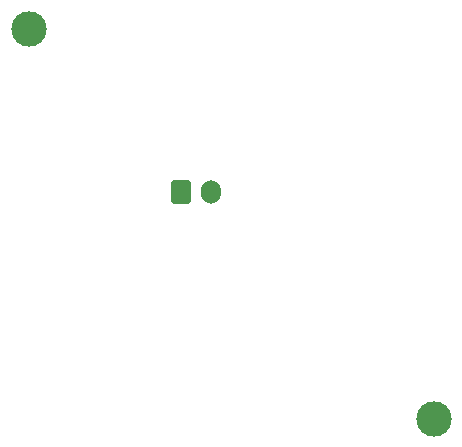
<source format=gbr>
%TF.GenerationSoftware,KiCad,Pcbnew,7.0.8*%
%TF.CreationDate,2023-10-16T22:27:31-07:00*%
%TF.ProjectId,Lab2,4c616232-2e6b-4696-9361-645f70636258,rev?*%
%TF.SameCoordinates,Original*%
%TF.FileFunction,Soldermask,Bot*%
%TF.FilePolarity,Negative*%
%FSLAX46Y46*%
G04 Gerber Fmt 4.6, Leading zero omitted, Abs format (unit mm)*
G04 Created by KiCad (PCBNEW 7.0.8) date 2023-10-16 22:27:31*
%MOMM*%
%LPD*%
G01*
G04 APERTURE LIST*
G04 Aperture macros list*
%AMRoundRect*
0 Rectangle with rounded corners*
0 $1 Rounding radius*
0 $2 $3 $4 $5 $6 $7 $8 $9 X,Y pos of 4 corners*
0 Add a 4 corners polygon primitive as box body*
4,1,4,$2,$3,$4,$5,$6,$7,$8,$9,$2,$3,0*
0 Add four circle primitives for the rounded corners*
1,1,$1+$1,$2,$3*
1,1,$1+$1,$4,$5*
1,1,$1+$1,$6,$7*
1,1,$1+$1,$8,$9*
0 Add four rect primitives between the rounded corners*
20,1,$1+$1,$2,$3,$4,$5,0*
20,1,$1+$1,$4,$5,$6,$7,0*
20,1,$1+$1,$6,$7,$8,$9,0*
20,1,$1+$1,$8,$9,$2,$3,0*%
G04 Aperture macros list end*
%ADD10C,3.000000*%
%ADD11O,1.700000X2.000000*%
%ADD12RoundRect,0.250000X-0.600000X-0.750000X0.600000X-0.750000X0.600000X0.750000X-0.600000X0.750000X0*%
G04 APERTURE END LIST*
D10*
%TO.C,REF\u002A\u002A*%
X54610000Y-53340000D03*
%TD*%
D11*
%TO.C,J1*%
X35747500Y-34160000D03*
D12*
X33247500Y-34160000D03*
%TD*%
D10*
%TO.C,REF\u002A\u002A*%
X20320000Y-20320000D03*
%TD*%
M02*

</source>
